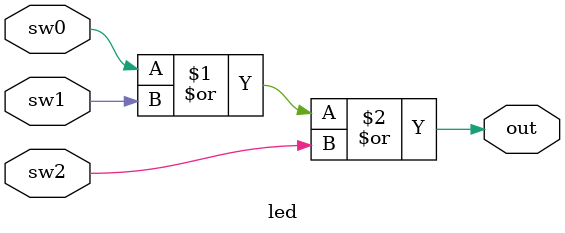
<source format=v>
`timescale 1ns / 1ps
/*
module led(clk, out);
	input wire clk;
	output wire out;
	
	reg [23:0] counter = 24'h000000;
	reg flag;
	assign out = flag;
	
	always @(posedge clk) begin
		counter <= counter + 1'b1;
		if (counter == 0) flag = !flag;
	end
endmodule
*/
module led(sw0, sw1, sw2, out);
	input wire sw0;
	input wire sw1;
	input wire sw2;
	output wire out;
	or(out, sw0, sw1, sw2);
endmodule
</source>
